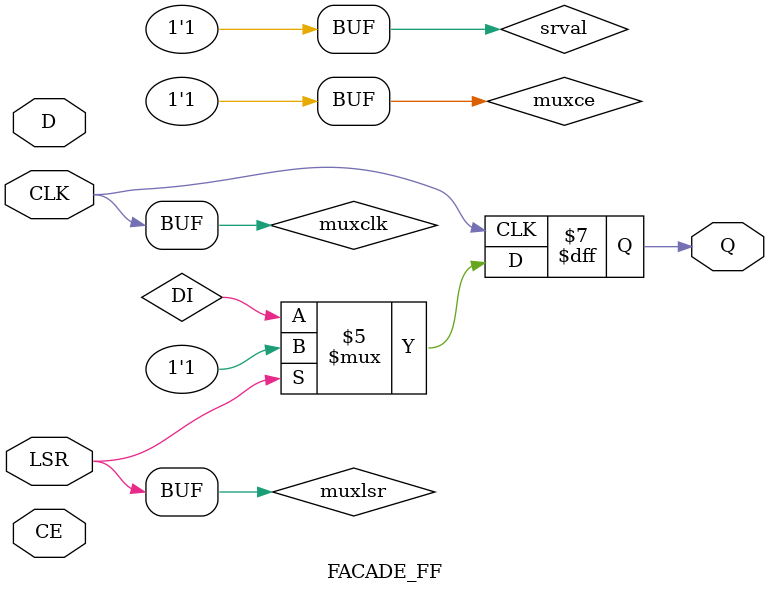
<source format=v>
module LUT4 #(
	parameter [15:0] INIT = 0
) (
	input A, B, C, D,
	output F
);
	wire [3:0] I;
	wire [3:0] I_pd;

	genvar ii;
	generate
		for (ii = 0; ii < 4; ii = ii + 1'b1)
			assign I_pd[ii] = (I[ii] === 1'bz) ? 1'b0 : I[ii];
	endgenerate

	assign I = {D, C, B, A};
	assign F = INIT[I_pd];
endmodule

module FACADE_FF #(
	parameter GSR = "ENABLED",
	parameter CEMUX = "1",
	parameter CLKMUX = "0",
	parameter LSRMUX = "LSR",
	parameter LSRONMUX = "LSRMUX",
	parameter SRMODE = "LSR_OVER_CE",
	parameter REGSET = "SET"
) (
	input CLK, D, LSR, CE,
	output reg Q
);

	wire muxce;
	generate
		case (CEMUX)
			"1": assign muxce = 1'b1;
			"0": assign muxce = 1'b0;
			"INV": assign muxce = ~CE;
			default: assign muxce = CE;
		endcase
	endgenerate

	wire muxlsr = (LSRMUX == "INV") ? ~LSR : LSR;
	wire muxclk = (CLKMUX == "INV") ? ~CLK : CLK;
	assign srval = (REGSET == "SET") ? 1'b1 : 1'b0;

	generate
		if (SRMODE == "ASYNC") begin
			always @(posedge muxclk, posedge muxlsr)
				if (muxlsr)
					Q <= srval;
				else if (muxce)
					Q <= DI;
		end else begin
			always @(posedge muxclk)
				if (muxlsr)
					Q <= srval;
				else if (muxce)
					Q <= DI;
		end
	endgenerate
endmodule

</source>
